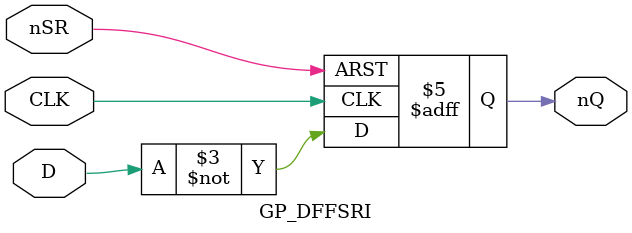
<source format=v>
module GP_DFFSRI(input D, CLK, nSR, output reg nQ);
	parameter [0:0] INIT = 1'bx;
	parameter [0:0] SRMODE = 1'bx;
	initial nQ = INIT;
	always @(posedge CLK, negedge nSR) begin
		if (!nSR)
			nQ <= ~SRMODE;
		else
			nQ <= ~D;
	end
endmodule
</source>
